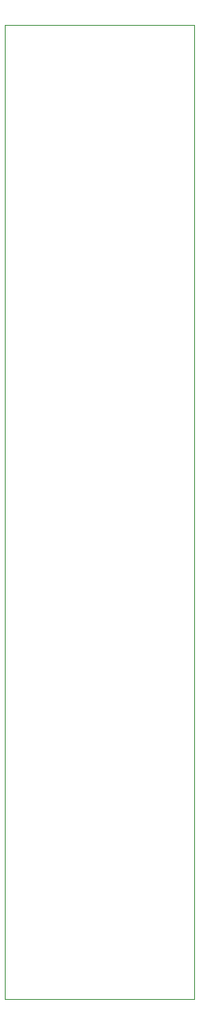
<source format=gbr>
%TF.GenerationSoftware,KiCad,Pcbnew,5.1.9+dfsg1-1~bpo10+1*%
%TF.CreationDate,2022-02-02T14:01:01+08:00*%
%TF.ProjectId,MiniADSR 1.0.1 - Control,4d696e69-4144-4535-9220-312e302e3120,rev?*%
%TF.SameCoordinates,Original*%
%TF.FileFunction,Profile,NP*%
%FSLAX46Y46*%
G04 Gerber Fmt 4.6, Leading zero omitted, Abs format (unit mm)*
G04 Created by KiCad (PCBNEW 5.1.9+dfsg1-1~bpo10+1) date 2022-02-02 14:01:01*
%MOMM*%
%LPD*%
G01*
G04 APERTURE LIST*
%TA.AperFunction,Profile*%
%ADD10C,0.050000*%
%TD*%
G04 APERTURE END LIST*
D10*
X91500000Y-155500000D02*
X91500000Y-53000000D01*
X111500000Y-155500000D02*
X91500000Y-155500000D01*
X111500000Y-53000000D02*
X111500000Y-155500000D01*
X91500000Y-53000000D02*
X111500000Y-53000000D01*
M02*

</source>
